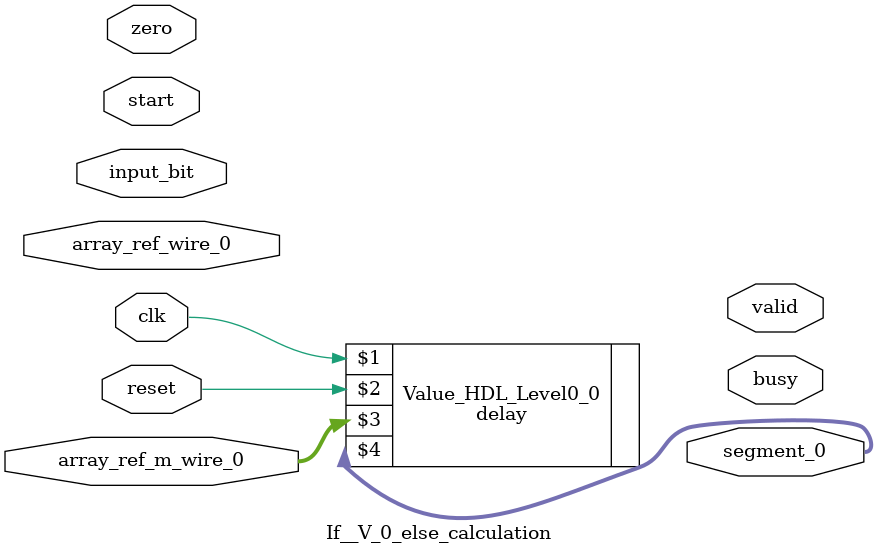
<source format=v>
module If__V_0_else_calculation(input [31:0]input_bit, input [31:0]zero, input [31:0]array_ref_wire_0, input [31:0]array_ref_m_wire_0, output [31:0]segment_0, input clk, input reset, input start, output valid, output busy);



	//Proceed with segment_0 = delay(array_ref_m_wire_0) 
	wire [31:0]segment_0;
	delay Value_HDL_Level0_0 ( clk, reset, array_ref_m_wire_0, segment_0);




endmodule

</source>
